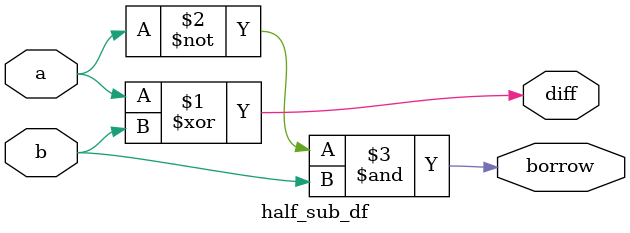
<source format=v>
`timescale 1ns / 1ps


module half_sub_df(
input a,b,
output diff,borrow
    );
    assign diff = a^b;
    assign borrow = ~(a) & b;
endmodule

</source>
